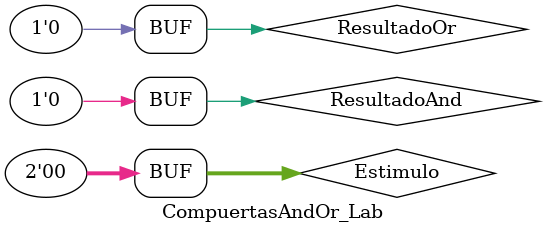
<source format=v>

/*
 Este es un comentario de varias lineas y tiene como propósito
 informar que este codigo Verilog es un módulo tipo laboratorio
 pensado para ser el primer acercamiento con el lenguaje en
 procesos de aprendizaje, este módulo es para probar una compuerta and y una or.
 más información al final del archivo.
*/

// para este caso puede pensar que el módulo CompuertasAndOr_Lab es un protoboard con ese nombre
module CompuertasAndOr_Lab (/*Los laboratorios generalmente no reciben ni entregan señales*/) ;

/*
 En un módulo normal aquí debería ir la declaración de puertos, 
 como este laboratorio no recibe ni entrega señales no se declaran puertos.
*/

//---------- Inicio delcaración tipos de datos ----------//
//Para las simulaciones necesitamos registros para los estimulos
//por que dentro de initial no se pueden usar datos tipo net (ej: wire)
   reg   [1:0] Estimulo; //Para conectar en entradas de instancias
   wire   ResultadoAnd, ResultadoOr; //Para conectar en salidas de instancias
//---------- Fin delcaración tipos de datos ----------//


//---------- Inicio funcionalidad del módulo ----------//

   //---------- Inicio instanciar y conectar ----------//
   //Primitivas de compuertas: Descripciones de hardware propias del lenguaje Verilog.
   //puede pensar que una primitiva de compuerta es la "receta" usada para fabricarlas
   //Instanciación: Crear un dispositivo con nombre propio desde una primitiva o módulo.
   //piense en una maquina que lee la primitiva y crea un dispositivo siguiendo la "receta",
   //instanciar sería ponerle a la maquina la receta y el nombre del dispositivo a crear
   //Conexión instancias: parentesis con comas representan los pines (pin1,pin2,pin3)
   //El orden se define en la descripción ("receta") del módulo o primitiva
   and InstanciaPrimitiva_and (ResultadoAnd,Estimulo[1],Estimulo[0]);
   or InstanciaPrimitiva_or (ResultadoOr,Estimulo[1],Estimulo[0]);
   //hasta aqui puede pensar que puso los dispositivos y cables en el protoboard
   //---------- Fin instanciar y conectar ----------//   

   //---------- Inicio simulación ----------//
   //La simulación consiste en colocar en las entradas de las compuertas todos los
   //valores posibles, en vez de aplicar manualmente los valores conectando y desconectando
   //la fuente usaremos un contador que cuente desde 00 hasta 11
   initial begin
      Estimulo = 'b00; // Iniciando la simulación el registro Estimulo vale 00 en binario
   end

   initial begin
      repeat (4) begin //pedimos que repita 4 veces para contar de 00 a 11
	 #1 Estimulo <= Estimulo+1; // Cada una unidad de tiempo (#1) sume 1 a Estimulo
      end
   end

   initial begin
      $dumpfile ("CompuertasAndOr_Lab.vcd"); //archivo para guardar la simulación
      $dumpvars; //guarde en el archivo los valores de todas las variables en el tiempo
   end
   //---------- Fin simulación ----------//

//---------- Fin funcionalidad del módulo ----------//   
endmodule // CompuertasAndOr_Lab



/* ---------- Información adicional ----------
 
 * Laboratorio refiere lo mismo que Test Bench en ingles
  * se usa para simular el comportamiento de módulos aplicando estímulos
 * Para escribir, compilar y visualizar se usó Software Libre:
  * Debian GNU/Linux como sistema operativo
  * GNU Emacs 22.2.1 para escribir el texto
  * Icarus Verilog version 0.8.6 para compilar y simular
  * GTKWave Analyzer v3.1.10 para visualizar el resultado de las simulaciones
 * vcd = Value change dump y hace parte del estandar verilog
 
 ---------- Información adicional ----------  */


//Los datos tipo reg de Verilog _No_ son FlipFlpos en hardware
</source>
